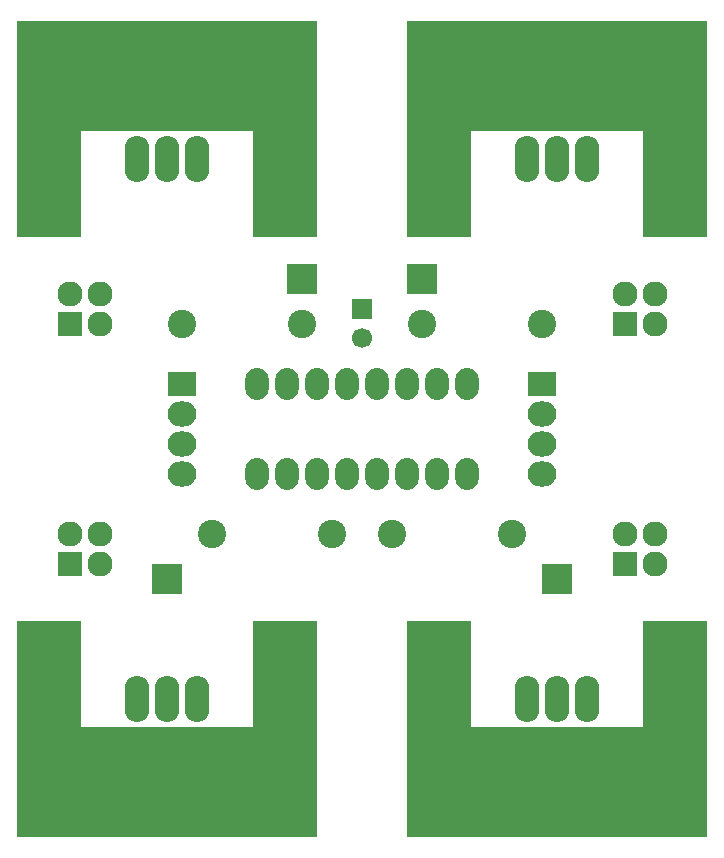
<source format=gbs>
G04 #@! TF.FileFunction,Soldermask,Bot*
%FSLAX46Y46*%
G04 Gerber Fmt 4.6, Leading zero omitted, Abs format (unit mm)*
G04 Created by KiCad (PCBNEW 4.0.0-rc2-stable) date Sun 15 Nov 2015 10:20:30 AEDT*
%MOMM*%
G01*
G04 APERTURE LIST*
%ADD10C,0.100000*%
%ADD11R,1.700000X1.700000*%
%ADD12C,1.700000*%
%ADD13R,2.432000X2.127200*%
%ADD14O,2.432000X2.127200*%
%ADD15R,2.127200X2.127200*%
%ADD16O,2.127200X2.127200*%
%ADD17R,2.635200X2.635200*%
%ADD18O,2.000000X2.700000*%
%ADD19O,2.099260X3.900120*%
%ADD20C,2.398980*%
%ADD21C,4.400000*%
%ADD22R,25.400000X9.400000*%
%ADD23R,5.400000X9.400000*%
G04 APERTURE END LIST*
D10*
D11*
X156210000Y-96520000D03*
D12*
X156210000Y-99020000D03*
D13*
X171450000Y-102870000D03*
D14*
X171450000Y-105410000D03*
X171450000Y-107950000D03*
X171450000Y-110490000D03*
D13*
X140970000Y-102870000D03*
D14*
X140970000Y-105410000D03*
X140970000Y-107950000D03*
X140970000Y-110490000D03*
D15*
X131445000Y-118110000D03*
D16*
X131445000Y-115570000D03*
X133985000Y-118110000D03*
X133985000Y-115570000D03*
D15*
X178435000Y-118110000D03*
D16*
X178435000Y-115570000D03*
X180975000Y-118110000D03*
X180975000Y-115570000D03*
D15*
X178435000Y-97790000D03*
D16*
X178435000Y-95250000D03*
X180975000Y-97790000D03*
X180975000Y-95250000D03*
D15*
X131445000Y-97790000D03*
D16*
X131445000Y-95250000D03*
X133985000Y-97790000D03*
X133985000Y-95250000D03*
D17*
X161290000Y-93980000D03*
X139700000Y-119380000D03*
X172720000Y-119380000D03*
X151130000Y-93980000D03*
D18*
X147320000Y-110490000D03*
X149860000Y-110490000D03*
X152400000Y-110490000D03*
X154940000Y-110490000D03*
X157480000Y-110490000D03*
X160020000Y-110490000D03*
X162560000Y-110490000D03*
X165100000Y-110490000D03*
X165100000Y-102870000D03*
X162560000Y-102870000D03*
X160020000Y-102870000D03*
X157480000Y-102870000D03*
X154940000Y-102870000D03*
X152400000Y-102870000D03*
X149860000Y-102870000D03*
X147320000Y-102870000D03*
D19*
X139700000Y-83820000D03*
X137160000Y-83820000D03*
X142240000Y-83820000D03*
X172720000Y-83820000D03*
X170180000Y-83820000D03*
X175260000Y-83820000D03*
X172720000Y-129540000D03*
X175260000Y-129540000D03*
X170180000Y-129540000D03*
X139700000Y-129540000D03*
X142240000Y-129540000D03*
X137160000Y-129540000D03*
D20*
X153670000Y-115570000D03*
X143510000Y-115570000D03*
X140970000Y-97790000D03*
X151130000Y-97790000D03*
X171450000Y-97790000D03*
X161290000Y-97790000D03*
X168910000Y-115570000D03*
X158750000Y-115570000D03*
D21*
X181970000Y-133080000D03*
X163470000Y-133080000D03*
D22*
X172720000Y-136580000D03*
D23*
X182720000Y-127580000D03*
X162720000Y-127580000D03*
D21*
X163470000Y-80280000D03*
X181970000Y-80280000D03*
D22*
X172720000Y-76780000D03*
D23*
X162720000Y-85780000D03*
X182720000Y-85780000D03*
D21*
X130450000Y-80280000D03*
X148950000Y-80280000D03*
D22*
X139700000Y-76780000D03*
D23*
X129700000Y-85780000D03*
X149700000Y-85780000D03*
D21*
X148950000Y-133080000D03*
X130450000Y-133080000D03*
D22*
X139700000Y-136580000D03*
D23*
X149700000Y-127580000D03*
X129700000Y-127580000D03*
M02*

</source>
